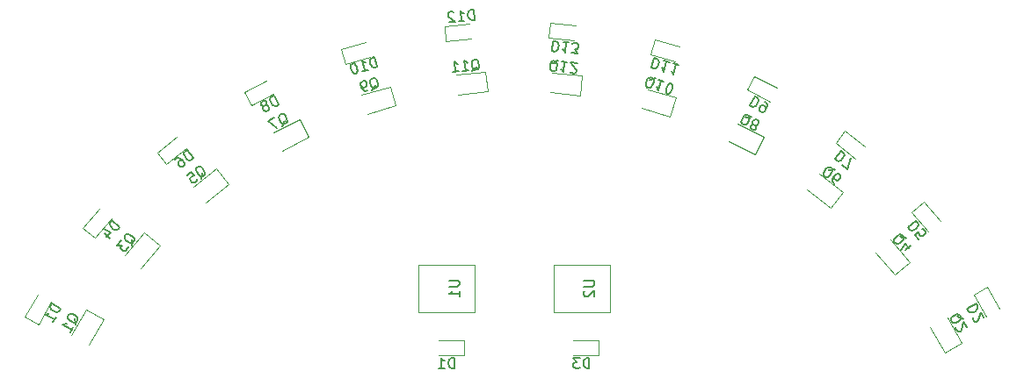
<source format=gbr>
%TF.GenerationSoftware,KiCad,Pcbnew,(6.0.4)*%
%TF.CreationDate,2022-08-25T18:27:48+09:00*%
%TF.ProjectId,total,746f7461-6c2e-46b6-9963-61645f706362,rev?*%
%TF.SameCoordinates,Original*%
%TF.FileFunction,Legend,Bot*%
%TF.FilePolarity,Positive*%
%FSLAX46Y46*%
G04 Gerber Fmt 4.6, Leading zero omitted, Abs format (unit mm)*
G04 Created by KiCad (PCBNEW (6.0.4)) date 2022-08-25 18:27:48*
%MOMM*%
%LPD*%
G01*
G04 APERTURE LIST*
%ADD10C,0.150000*%
%ADD11C,0.120000*%
G04 APERTURE END LIST*
D10*
%TO.C,D3*%
X155203570Y-85778410D02*
X155203570Y-84778410D01*
X154965475Y-84778410D01*
X154822617Y-84826030D01*
X154727379Y-84921268D01*
X154679760Y-85016506D01*
X154632141Y-85206982D01*
X154632141Y-85349839D01*
X154679760Y-85540315D01*
X154727379Y-85635553D01*
X154822617Y-85730791D01*
X154965475Y-85778410D01*
X155203570Y-85778410D01*
X154298808Y-84778410D02*
X153679760Y-84778410D01*
X154013094Y-85159363D01*
X153870236Y-85159363D01*
X153774998Y-85206982D01*
X153727379Y-85254601D01*
X153679760Y-85349839D01*
X153679760Y-85587934D01*
X153727379Y-85683172D01*
X153774998Y-85730791D01*
X153870236Y-85778410D01*
X154155951Y-85778410D01*
X154251189Y-85730791D01*
X154298808Y-85683172D01*
%TO.C,U2*%
X154687855Y-77314125D02*
X155497379Y-77314125D01*
X155592617Y-77361744D01*
X155640236Y-77409363D01*
X155687855Y-77504601D01*
X155687855Y-77695077D01*
X155640236Y-77790315D01*
X155592617Y-77837934D01*
X155497379Y-77885553D01*
X154687855Y-77885553D01*
X154783094Y-78314125D02*
X154735475Y-78361744D01*
X154687855Y-78456982D01*
X154687855Y-78695077D01*
X154735475Y-78790315D01*
X154783094Y-78837934D01*
X154878332Y-78885553D01*
X154973570Y-78885553D01*
X155116427Y-78837934D01*
X155687855Y-78266506D01*
X155687855Y-78885553D01*
%TO.C,U1*%
X141687855Y-77314125D02*
X142497379Y-77314125D01*
X142592617Y-77361744D01*
X142640236Y-77409363D01*
X142687855Y-77504601D01*
X142687855Y-77695077D01*
X142640236Y-77790315D01*
X142592617Y-77837934D01*
X142497379Y-77885553D01*
X141687855Y-77885553D01*
X142687855Y-78885553D02*
X142687855Y-78314125D01*
X142687855Y-78599839D02*
X141687855Y-78599839D01*
X141830713Y-78504601D01*
X141925951Y-78409363D01*
X141973570Y-78314125D01*
%TO.C,D1*%
X142203570Y-85778410D02*
X142203570Y-84778410D01*
X141965475Y-84778410D01*
X141822617Y-84826030D01*
X141727379Y-84921268D01*
X141679760Y-85016506D01*
X141632141Y-85206982D01*
X141632141Y-85349839D01*
X141679760Y-85540315D01*
X141727379Y-85635553D01*
X141822617Y-85730791D01*
X141965475Y-85778410D01*
X142203570Y-85778410D01*
X140679760Y-85778410D02*
X141251189Y-85778410D01*
X140965475Y-85778410D02*
X140965475Y-84778410D01*
X141060713Y-84921268D01*
X141155951Y-85016506D01*
X141251189Y-85064125D01*
%TO.C,D7*%
X179493778Y-64791627D02*
X178871263Y-65574236D01*
X179057599Y-65722453D01*
X179199043Y-65774117D01*
X179332864Y-65758870D01*
X179429419Y-65713979D01*
X179585260Y-65594555D01*
X179674191Y-65482754D01*
X179755498Y-65304042D01*
X179777518Y-65199864D01*
X179762271Y-65066043D01*
X179680113Y-64939845D01*
X179493778Y-64791627D01*
X179579337Y-66137463D02*
X180101076Y-66552473D01*
X180388187Y-65503073D01*
%TO.C,D10*%
X134788906Y-56695998D02*
X134504890Y-55737178D01*
X134276600Y-55804800D01*
X134153150Y-55891032D01*
X134088883Y-56009397D01*
X134070274Y-56114238D01*
X134078714Y-56310395D01*
X134119288Y-56447369D01*
X134219044Y-56616477D01*
X134291751Y-56694269D01*
X134410117Y-56758536D01*
X134560615Y-56763620D01*
X134788906Y-56695998D01*
X133327847Y-57128783D02*
X133875744Y-56966488D01*
X133601796Y-57047636D02*
X133317780Y-56088816D01*
X133449670Y-56198741D01*
X133568035Y-56263008D01*
X133672876Y-56281617D01*
X132450277Y-56345782D02*
X132358961Y-56372831D01*
X132281169Y-56445538D01*
X132249035Y-56504721D01*
X132230426Y-56609562D01*
X132238866Y-56805719D01*
X132306489Y-57034009D01*
X132406245Y-57203117D01*
X132478953Y-57280908D01*
X132538135Y-57313042D01*
X132642976Y-57331651D01*
X132734292Y-57304602D01*
X132812084Y-57231895D01*
X132844217Y-57172712D01*
X132862826Y-57067871D01*
X132854386Y-56871714D01*
X132786763Y-56643424D01*
X132687007Y-56474316D01*
X132614300Y-56396525D01*
X132555117Y-56364391D01*
X132450277Y-56345782D01*
%TO.C,D13*%
X151727604Y-54172744D02*
X151631758Y-55168140D01*
X151868757Y-55190961D01*
X152015521Y-55157253D01*
X152119449Y-55071582D01*
X152175977Y-54981346D01*
X152241633Y-54796311D01*
X152255325Y-54654111D01*
X152226182Y-54459948D01*
X152187910Y-54360584D01*
X152102238Y-54256657D01*
X151964603Y-54195565D01*
X151727604Y-54172744D01*
X153244398Y-54318795D02*
X152675600Y-54264026D01*
X152959999Y-54291410D02*
X152864153Y-55286806D01*
X152783046Y-55135479D01*
X152697375Y-55031551D01*
X152607139Y-54975023D01*
X153480351Y-55346140D02*
X154096549Y-55405473D01*
X153801263Y-54994325D01*
X153943462Y-55008018D01*
X154042826Y-54969746D01*
X154094790Y-54926910D01*
X154151318Y-54836675D01*
X154174138Y-54599676D01*
X154135867Y-54500312D01*
X154093031Y-54448348D01*
X154002795Y-54391820D01*
X153718396Y-54364436D01*
X153619033Y-54402707D01*
X153567069Y-54445543D01*
%TO.C,D6*%
X117069449Y-65499701D02*
X116446934Y-64717093D01*
X116260599Y-64865311D01*
X116178441Y-64991509D01*
X116163194Y-65125330D01*
X116185214Y-65229508D01*
X116266521Y-65408219D01*
X116355452Y-65520021D01*
X116511293Y-65639445D01*
X116607847Y-65684336D01*
X116741669Y-65699583D01*
X116883113Y-65647919D01*
X117069449Y-65499701D01*
X115328922Y-65606400D02*
X115477991Y-65487826D01*
X115582168Y-65465806D01*
X115649079Y-65473429D01*
X115812544Y-65525943D01*
X115968385Y-65645368D01*
X116205533Y-65943504D01*
X116227553Y-66047682D01*
X116219930Y-66114593D01*
X116175039Y-66211147D01*
X116025971Y-66329721D01*
X115921793Y-66351741D01*
X115854883Y-66344118D01*
X115758329Y-66299227D01*
X115610111Y-66112892D01*
X115588091Y-66008714D01*
X115595714Y-65941803D01*
X115640605Y-65845249D01*
X115789673Y-65726675D01*
X115893851Y-65704655D01*
X115960761Y-65712278D01*
X116057316Y-65757169D01*
%TO.C,Q9*%
X134285383Y-58942387D02*
X134363175Y-58869680D01*
X134427442Y-58751315D01*
X134523842Y-58573767D01*
X134601634Y-58501060D01*
X134692950Y-58474011D01*
X134714915Y-58715826D02*
X134792706Y-58643119D01*
X134856973Y-58524753D01*
X134848533Y-58328597D01*
X134753861Y-58008990D01*
X134654105Y-57839882D01*
X134535740Y-57775615D01*
X134430899Y-57757006D01*
X134248267Y-57811104D01*
X134170475Y-57883811D01*
X134106208Y-58002177D01*
X134114648Y-58198334D01*
X134209320Y-58517940D01*
X134309076Y-58687048D01*
X134427442Y-58751315D01*
X134532282Y-58769924D01*
X134714915Y-58715826D01*
X133847411Y-58972792D02*
X133664779Y-59026890D01*
X133559938Y-59008281D01*
X133500755Y-58976148D01*
X133368866Y-58866223D01*
X133269109Y-58697115D01*
X133160913Y-58331850D01*
X133179522Y-58227009D01*
X133211656Y-58167827D01*
X133289447Y-58095120D01*
X133472080Y-58041021D01*
X133576920Y-58059630D01*
X133636103Y-58091764D01*
X133708810Y-58169556D01*
X133776433Y-58397846D01*
X133757824Y-58502687D01*
X133725690Y-58561869D01*
X133647899Y-58634576D01*
X133465266Y-58688675D01*
X133360426Y-58670066D01*
X133301243Y-58637932D01*
X133228536Y-58560140D01*
%TO.C,Q8*%
X170860270Y-61452721D02*
X170753804Y-61450984D01*
X170625351Y-61491485D01*
X170432671Y-61552237D01*
X170326206Y-61550499D01*
X170241729Y-61506523D01*
X170393907Y-61317318D02*
X170287442Y-61315581D01*
X170158989Y-61356082D01*
X170028798Y-61503048D01*
X169874882Y-61798719D01*
X169829168Y-61989661D01*
X169869670Y-62118115D01*
X169932159Y-62204329D01*
X170101113Y-62292281D01*
X170207579Y-62294019D01*
X170336032Y-62253518D01*
X170466223Y-62106551D01*
X170620139Y-61810881D01*
X170665852Y-61619938D01*
X170625351Y-61491485D01*
X170562862Y-61405270D01*
X170393907Y-61317318D01*
X171017062Y-62285930D02*
X170910597Y-62284193D01*
X170846370Y-62304443D01*
X170760155Y-62366933D01*
X170738167Y-62409171D01*
X170736430Y-62515636D01*
X170756680Y-62579863D01*
X170819170Y-62666078D01*
X170988124Y-62754030D01*
X171094589Y-62755767D01*
X171158816Y-62735517D01*
X171245031Y-62673028D01*
X171267019Y-62630789D01*
X171268756Y-62524324D01*
X171248506Y-62460097D01*
X171186016Y-62373882D01*
X171017062Y-62285930D01*
X170954573Y-62199716D01*
X170934322Y-62135489D01*
X170936060Y-62029024D01*
X171024012Y-61860069D01*
X171110226Y-61797580D01*
X171174453Y-61777330D01*
X171280918Y-61779067D01*
X171449873Y-61867019D01*
X171512362Y-61953234D01*
X171532612Y-62017460D01*
X171530875Y-62123926D01*
X171442923Y-62292880D01*
X171356708Y-62355369D01*
X171292482Y-62375620D01*
X171186016Y-62373882D01*
%TO.C,D11*%
X161468060Y-55828494D02*
X161184044Y-56787314D01*
X161412335Y-56854936D01*
X161562833Y-56849852D01*
X161681199Y-56785585D01*
X161753906Y-56707793D01*
X161853662Y-56538685D01*
X161894236Y-56401711D01*
X161902676Y-56205554D01*
X161884067Y-56100714D01*
X161819800Y-55982348D01*
X161696350Y-55896117D01*
X161468060Y-55828494D01*
X162929118Y-56261279D02*
X162381221Y-56098985D01*
X162655170Y-56180132D02*
X162371154Y-57138952D01*
X162320412Y-56974928D01*
X162256145Y-56856563D01*
X162178353Y-56783856D01*
X163842280Y-56531770D02*
X163294383Y-56369476D01*
X163568331Y-56450623D02*
X163284316Y-57409443D01*
X163233573Y-57245419D01*
X163169306Y-57127054D01*
X163091515Y-57054347D01*
%TO.C,D12*%
X144132166Y-52139322D02*
X144036320Y-51143925D01*
X143799321Y-51166746D01*
X143661685Y-51227838D01*
X143576014Y-51331766D01*
X143537742Y-51431129D01*
X143508599Y-51625293D01*
X143522291Y-51767492D01*
X143587947Y-51952527D01*
X143644475Y-52042763D01*
X143748403Y-52128435D01*
X143895167Y-52162142D01*
X144132166Y-52139322D01*
X142615371Y-52285372D02*
X143184169Y-52230603D01*
X142899770Y-52257988D02*
X142803925Y-51262592D01*
X142912417Y-51395663D01*
X143016344Y-51481334D01*
X143115708Y-51519606D01*
X142149455Y-51421288D02*
X142097491Y-51378453D01*
X141998128Y-51340181D01*
X141761129Y-51363001D01*
X141670893Y-51419529D01*
X141628057Y-51471493D01*
X141589786Y-51570857D01*
X141598914Y-51665657D01*
X141660006Y-51803292D01*
X142283573Y-52317321D01*
X141667375Y-52376654D01*
%TO.C,D8*%
X125283884Y-60334888D02*
X124822136Y-59447877D01*
X124610943Y-59557817D01*
X124506215Y-59666020D01*
X124465714Y-59794473D01*
X124467451Y-59900938D01*
X124513165Y-60091881D01*
X124579129Y-60218597D01*
X124709319Y-60365563D01*
X124795534Y-60428052D01*
X124923987Y-60468553D01*
X125072691Y-60444828D01*
X125283884Y-60334888D01*
X124006301Y-60355737D02*
X124068790Y-60269523D01*
X124089041Y-60205296D01*
X124087304Y-60098831D01*
X124065316Y-60056592D01*
X123979101Y-59994103D01*
X123914874Y-59973852D01*
X123808409Y-59975590D01*
X123639455Y-60063542D01*
X123576965Y-60149757D01*
X123556715Y-60213983D01*
X123558452Y-60320448D01*
X123580440Y-60362687D01*
X123666655Y-60425176D01*
X123730882Y-60445427D01*
X123837347Y-60443689D01*
X124006301Y-60355737D01*
X124112766Y-60354000D01*
X124176993Y-60374250D01*
X124263208Y-60436740D01*
X124351160Y-60605694D01*
X124352897Y-60712159D01*
X124332647Y-60776386D01*
X124270158Y-60862601D01*
X124101203Y-60950553D01*
X123994738Y-60952290D01*
X123930511Y-60932040D01*
X123844297Y-60869550D01*
X123756344Y-60700596D01*
X123754607Y-60594131D01*
X123774858Y-60529904D01*
X123837347Y-60443689D01*
%TO.C,D4*%
X109990728Y-72137266D02*
X109230322Y-71487818D01*
X109075692Y-71668867D01*
X109019123Y-71808423D01*
X109029691Y-71942695D01*
X109071184Y-72040757D01*
X109185097Y-72200671D01*
X109293727Y-72293449D01*
X109469492Y-72380944D01*
X109572838Y-72406586D01*
X109707110Y-72396019D01*
X109836098Y-72318315D01*
X109990728Y-72137266D01*
X108556008Y-72790595D02*
X109062945Y-73223561D01*
X108420960Y-72362137D02*
X109118738Y-72644980D01*
X108716698Y-73115707D01*
%TO.C,Q12*%
X152191834Y-56053739D02*
X152092470Y-56092010D01*
X151988542Y-56177682D01*
X151832650Y-56306189D01*
X151733287Y-56344461D01*
X151638487Y-56335332D01*
X151708707Y-56102897D02*
X151609344Y-56141169D01*
X151505416Y-56226841D01*
X151439760Y-56411876D01*
X151407811Y-56743674D01*
X151436954Y-56937838D01*
X151522626Y-57041766D01*
X151612862Y-57098294D01*
X151802461Y-57116550D01*
X151901825Y-57078278D01*
X152005752Y-56992607D01*
X152071408Y-56807572D01*
X152103357Y-56475773D01*
X152074214Y-56281610D01*
X151988542Y-56177682D01*
X151898307Y-56121154D01*
X151708707Y-56102897D01*
X153083302Y-56235256D02*
X152514504Y-56180487D01*
X152798903Y-56207871D02*
X152703057Y-57203268D01*
X152621950Y-57051940D01*
X152536279Y-56948012D01*
X152446043Y-56891484D01*
X153375783Y-57172365D02*
X153418619Y-57224329D01*
X153508854Y-57280857D01*
X153745853Y-57303677D01*
X153845217Y-57265406D01*
X153897181Y-57222570D01*
X153953709Y-57132334D01*
X153962837Y-57037535D01*
X153929130Y-56890771D01*
X153415101Y-56267204D01*
X154031298Y-56326537D01*
%TO.C,Q2*%
X191205812Y-81020959D02*
X191117469Y-80961517D01*
X190987681Y-80925523D01*
X190792998Y-80871533D01*
X190704655Y-80812091D01*
X190657758Y-80729200D01*
X190888434Y-80653401D02*
X190800091Y-80593959D01*
X190670302Y-80557966D01*
X190481072Y-80610315D01*
X190190953Y-80774456D01*
X190048620Y-80909697D01*
X190012626Y-81039485D01*
X190018078Y-81145825D01*
X190111873Y-81311607D01*
X190200216Y-81371049D01*
X190330005Y-81407043D01*
X190519235Y-81354693D01*
X190809354Y-81190552D01*
X190951687Y-81055312D01*
X190987681Y-80925523D01*
X190982229Y-80819183D01*
X190888434Y-80653401D01*
X190499598Y-81803501D02*
X190481601Y-81868395D01*
X190487053Y-81974735D01*
X190604297Y-82181963D01*
X190692640Y-82241405D01*
X190757534Y-82259402D01*
X190863874Y-82253950D01*
X190946765Y-82207052D01*
X191047653Y-82095261D01*
X191263614Y-81316529D01*
X191568447Y-81855321D01*
%TO.C,D2*%
X192475667Y-79565007D02*
X191605312Y-80057431D01*
X191722555Y-80264658D01*
X191834347Y-80365546D01*
X191964136Y-80401539D01*
X192070475Y-80396088D01*
X192259706Y-80343738D01*
X192384043Y-80273392D01*
X192526376Y-80138151D01*
X192585818Y-80049808D01*
X192621812Y-79920020D01*
X192592911Y-79772235D01*
X192475667Y-79565007D01*
X192157177Y-80839443D02*
X192139181Y-80904338D01*
X192144633Y-81010677D01*
X192261876Y-81217905D01*
X192350219Y-81277347D01*
X192415114Y-81295344D01*
X192521453Y-81289892D01*
X192604344Y-81242994D01*
X192705232Y-81131203D01*
X192921193Y-80352472D01*
X193226027Y-80891263D01*
%TO.C,Q5*%
X117818285Y-67483991D02*
X117863176Y-67387436D01*
X117878423Y-67253615D01*
X117901294Y-67052883D01*
X117946184Y-66956329D01*
X118020718Y-66897042D01*
X118131669Y-67113021D02*
X118176559Y-67016467D01*
X118191806Y-66882645D01*
X118110499Y-66703934D01*
X117902994Y-66443064D01*
X117747153Y-66323640D01*
X117613332Y-66308393D01*
X117509154Y-66330413D01*
X117360086Y-66448987D01*
X117315196Y-66545541D01*
X117299949Y-66679362D01*
X117381256Y-66858074D01*
X117588761Y-67118943D01*
X117744602Y-67238368D01*
X117878423Y-67253615D01*
X117982601Y-67231595D01*
X118131669Y-67113021D01*
X116465677Y-67160432D02*
X116838347Y-66863997D01*
X117172050Y-67207024D01*
X117105139Y-67199400D01*
X117000962Y-67221420D01*
X116814626Y-67369638D01*
X116769736Y-67466192D01*
X116762112Y-67533103D01*
X116784132Y-67637280D01*
X116932350Y-67823616D01*
X117028904Y-67868506D01*
X117095815Y-67876130D01*
X117199993Y-67854110D01*
X117386328Y-67705892D01*
X117431218Y-67609338D01*
X117438842Y-67542427D01*
%TO.C,Q10*%
X161566260Y-57766594D02*
X161461419Y-57785203D01*
X161343054Y-57849470D01*
X161165506Y-57945871D01*
X161060665Y-57964480D01*
X160969349Y-57937431D01*
X161082630Y-57722665D02*
X160977789Y-57741274D01*
X160859424Y-57805541D01*
X160759668Y-57974649D01*
X160664996Y-58294255D01*
X160656556Y-58490412D01*
X160720823Y-58608777D01*
X160798614Y-58681485D01*
X160981247Y-58735583D01*
X161086088Y-58716974D01*
X161204453Y-58652707D01*
X161304209Y-58483599D01*
X161398881Y-58163992D01*
X161407321Y-57967835D01*
X161343054Y-57849470D01*
X161265262Y-57776763D01*
X161082630Y-57722665D01*
X162406714Y-58114876D02*
X161858817Y-57952582D01*
X162132766Y-58033729D02*
X161848750Y-58992549D01*
X161798008Y-58828526D01*
X161733741Y-58710160D01*
X161655949Y-58637453D01*
X162716254Y-59249515D02*
X162807570Y-59276564D01*
X162912411Y-59257955D01*
X162971593Y-59225822D01*
X163044301Y-59148030D01*
X163144057Y-58978922D01*
X163211680Y-58750632D01*
X163220120Y-58554475D01*
X163201511Y-58449634D01*
X163169377Y-58390452D01*
X163091585Y-58317745D01*
X163000269Y-58290696D01*
X162895429Y-58309305D01*
X162836246Y-58341438D01*
X162763539Y-58419230D01*
X162663783Y-58588337D01*
X162596160Y-58816628D01*
X162587720Y-59012785D01*
X162606329Y-59117625D01*
X162638462Y-59176808D01*
X162716254Y-59249515D01*
%TO.C,D1*%
X104311796Y-80010533D02*
X103441441Y-79518110D01*
X103324197Y-79725337D01*
X103295296Y-79873122D01*
X103331290Y-80002911D01*
X103390732Y-80091254D01*
X103533065Y-80226494D01*
X103657402Y-80296841D01*
X103846633Y-80349190D01*
X103952972Y-80354642D01*
X104082761Y-80318648D01*
X104194553Y-80217761D01*
X104311796Y-80010533D01*
X103561437Y-81336789D02*
X103842822Y-80839443D01*
X103702129Y-81088116D02*
X102831773Y-80595693D01*
X103003007Y-80583148D01*
X103132796Y-80547154D01*
X103221139Y-80487712D01*
%TO.C,Q6*%
X178863515Y-66626848D02*
X178759338Y-66604828D01*
X178625516Y-66620075D01*
X178424785Y-66642946D01*
X178320607Y-66620926D01*
X178246073Y-66561639D01*
X178431558Y-66404947D02*
X178327380Y-66382927D01*
X178193559Y-66398174D01*
X178037717Y-66517598D01*
X177830213Y-66778468D01*
X177748905Y-66957180D01*
X177764152Y-67091001D01*
X177809043Y-67187555D01*
X177958111Y-67306129D01*
X178062289Y-67328149D01*
X178196110Y-67312902D01*
X178351951Y-67193478D01*
X178559456Y-66932608D01*
X178640763Y-66753896D01*
X178625516Y-66620075D01*
X178580626Y-66523521D01*
X178431558Y-66404947D01*
X178815253Y-67987931D02*
X178666185Y-67869357D01*
X178621295Y-67772803D01*
X178613671Y-67705892D01*
X178628068Y-67534804D01*
X178709375Y-67356092D01*
X178946523Y-67057955D01*
X179043077Y-67013065D01*
X179109988Y-67005441D01*
X179214166Y-67027461D01*
X179363234Y-67146036D01*
X179408125Y-67242590D01*
X179415748Y-67309500D01*
X179393728Y-67413678D01*
X179245510Y-67600013D01*
X179148956Y-67644904D01*
X179082045Y-67652527D01*
X178977868Y-67630507D01*
X178828800Y-67511933D01*
X178783909Y-67415379D01*
X178776285Y-67348468D01*
X178798306Y-67244291D01*
%TO.C,D5*%
X186697257Y-71549671D02*
X185936851Y-72199119D01*
X186091482Y-72380168D01*
X186220470Y-72457871D01*
X186354742Y-72468438D01*
X186458087Y-72442796D01*
X186633853Y-72355301D01*
X186742482Y-72262523D01*
X186856395Y-72102609D01*
X186897889Y-72004547D01*
X186908456Y-71870275D01*
X186851888Y-71730720D01*
X186697257Y-71549671D01*
X186895560Y-73321623D02*
X186586299Y-72959525D01*
X186917471Y-72614054D01*
X186912188Y-72681190D01*
X186937830Y-72784535D01*
X187092460Y-72965584D01*
X187190522Y-73007078D01*
X187257658Y-73012362D01*
X187361004Y-72986719D01*
X187542053Y-72832089D01*
X187583547Y-72734027D01*
X187588830Y-72666891D01*
X187563188Y-72563545D01*
X187408557Y-72382496D01*
X187310495Y-72341003D01*
X187243359Y-72335719D01*
%TO.C,Q4*%
X185729230Y-73226351D02*
X185631168Y-73184857D01*
X185496896Y-73174290D01*
X185295489Y-73158439D01*
X185197427Y-73116945D01*
X185135574Y-73044526D01*
X185347550Y-72926105D02*
X185249488Y-72884611D01*
X185115216Y-72874044D01*
X184939450Y-72961539D01*
X184685982Y-73178021D01*
X184572069Y-73337935D01*
X184561501Y-73472207D01*
X184587144Y-73575553D01*
X184710848Y-73720392D01*
X184808910Y-73761886D01*
X184943182Y-73772453D01*
X185118947Y-73684959D01*
X185372416Y-73468476D01*
X185486329Y-73308562D01*
X185496896Y-73174290D01*
X185471254Y-73070944D01*
X185347550Y-72926105D01*
X185675617Y-74336735D02*
X186182554Y-73903770D01*
X185231308Y-74403095D02*
X185619825Y-73758154D01*
X186021864Y-74228882D01*
%TO.C,Q11*%
X143905346Y-57094164D02*
X143995582Y-57037636D01*
X144081253Y-56933709D01*
X144209761Y-56777817D01*
X144299996Y-56721289D01*
X144394796Y-56712161D01*
X144370216Y-56953724D02*
X144460452Y-56897196D01*
X144546123Y-56793268D01*
X144575267Y-56599105D01*
X144543318Y-56267306D01*
X144477662Y-56082271D01*
X144373734Y-55996599D01*
X144274371Y-55958328D01*
X144084771Y-55976584D01*
X143994536Y-56033112D01*
X143908864Y-56137040D01*
X143879721Y-56331203D01*
X143911669Y-56663002D01*
X143977326Y-56848037D01*
X144081253Y-56933709D01*
X144180617Y-56971980D01*
X144370216Y-56953724D01*
X142995622Y-57086082D02*
X143564419Y-57031313D01*
X143280020Y-57058698D02*
X143184175Y-56063302D01*
X143292667Y-56196373D01*
X143396594Y-56282044D01*
X143495958Y-56320316D01*
X142047625Y-57177364D02*
X142616423Y-57122595D01*
X142332024Y-57149980D02*
X142236178Y-56154583D01*
X142344670Y-56287655D01*
X142448598Y-56373326D01*
X142547962Y-56411598D01*
%TO.C,Q1*%
X105747433Y-81560280D02*
X105752885Y-81453940D01*
X105716892Y-81324152D01*
X105662901Y-81129469D01*
X105668353Y-81023129D01*
X105715251Y-80940238D01*
X105899030Y-81098927D02*
X105904482Y-80992588D01*
X105868488Y-80862799D01*
X105726155Y-80727559D01*
X105436036Y-80563418D01*
X105246806Y-80511068D01*
X105117017Y-80547062D01*
X105028674Y-80606504D01*
X104934879Y-80772286D01*
X104929427Y-80878626D01*
X104965421Y-81008414D01*
X105107754Y-81143655D01*
X105397872Y-81307796D01*
X105587103Y-81360145D01*
X105716892Y-81324152D01*
X105805235Y-81264709D01*
X105899030Y-81098927D01*
X105219016Y-82300847D02*
X105500401Y-81803501D01*
X105359709Y-82052174D02*
X104489353Y-81559751D01*
X104660587Y-81547206D01*
X104790376Y-81511212D01*
X104878718Y-81451770D01*
%TO.C,Q3*%
X111103594Y-73937651D02*
X111129237Y-73834305D01*
X111118669Y-73700033D01*
X111102818Y-73498626D01*
X111128461Y-73395280D01*
X111190313Y-73322860D01*
X111340436Y-73513701D02*
X111366078Y-73410355D01*
X111355511Y-73276083D01*
X111241598Y-73116169D01*
X110988129Y-72899686D01*
X110812364Y-72812192D01*
X110678092Y-72822759D01*
X110580030Y-72864253D01*
X110456325Y-73009092D01*
X110430683Y-73112438D01*
X110441251Y-73246709D01*
X110555164Y-73406624D01*
X110808632Y-73623106D01*
X110984398Y-73710601D01*
X111118669Y-73700033D01*
X111216731Y-73658540D01*
X111340436Y-73513701D01*
X110085212Y-73443610D02*
X109683173Y-73914337D01*
X110189334Y-73908277D01*
X110096556Y-74016907D01*
X110070914Y-74120252D01*
X110076197Y-74187388D01*
X110117691Y-74285450D01*
X110298740Y-74440081D01*
X110402085Y-74465723D01*
X110469221Y-74460439D01*
X110567283Y-74418946D01*
X110752840Y-74201687D01*
X110778482Y-74098341D01*
X110773199Y-74031205D01*
%TO.C,D9*%
X171133886Y-59532353D02*
X170672138Y-60419364D01*
X170883331Y-60529304D01*
X171032035Y-60553030D01*
X171160488Y-60512529D01*
X171246703Y-60450039D01*
X171376893Y-60303073D01*
X171442857Y-60176357D01*
X171488571Y-59985415D01*
X171490308Y-59878949D01*
X171449807Y-59750496D01*
X171345079Y-59642293D01*
X171133886Y-59532353D01*
X172063136Y-60016090D02*
X172232090Y-60104042D01*
X172294579Y-60190257D01*
X172314830Y-60254483D01*
X172333343Y-60425175D01*
X172287630Y-60616118D01*
X172111725Y-60954027D01*
X172025511Y-61016516D01*
X171961284Y-61036766D01*
X171854819Y-61035029D01*
X171685864Y-60947077D01*
X171623375Y-60860862D01*
X171603125Y-60796635D01*
X171604862Y-60690170D01*
X171714802Y-60478977D01*
X171801017Y-60416488D01*
X171865243Y-60396237D01*
X171971709Y-60397975D01*
X172140663Y-60485927D01*
X172203152Y-60572142D01*
X172223403Y-60636368D01*
X172221666Y-60742834D01*
%TO.C,Q7*%
X125645454Y-62424209D02*
X125707943Y-62337995D01*
X125748444Y-62209542D01*
X125809196Y-62016862D01*
X125871685Y-61930647D01*
X125956163Y-61886671D01*
X126023864Y-62119852D02*
X126086353Y-62033637D01*
X126126854Y-61905184D01*
X126081141Y-61714242D01*
X125927225Y-61418571D01*
X125797034Y-61271605D01*
X125668581Y-61231104D01*
X125562115Y-61232841D01*
X125393161Y-61320793D01*
X125330672Y-61407008D01*
X125290171Y-61535461D01*
X125335884Y-61726404D01*
X125489800Y-62022074D01*
X125619991Y-62169040D01*
X125748444Y-62209542D01*
X125854910Y-62207804D01*
X126023864Y-62119852D01*
X124886298Y-61584650D02*
X124294957Y-61892482D01*
X125136853Y-62581601D01*
D11*
%TO.C,D3*%
X153665475Y-83091030D02*
X156125475Y-83091030D01*
X156125475Y-84561030D02*
X153665475Y-84561030D01*
X156125475Y-83091030D02*
X156125475Y-84561030D01*
%TO.C,U2*%
X151765475Y-75776030D02*
X157165475Y-75776030D01*
X157165475Y-75776030D02*
X157165475Y-80376030D01*
X157165475Y-80376030D02*
X151765475Y-80376030D01*
X151765475Y-80376030D02*
X151765475Y-75776030D01*
%TO.C,U1*%
X138765475Y-75776030D02*
X144165475Y-75776030D01*
X144165475Y-75776030D02*
X144165475Y-80376030D01*
X144165475Y-80376030D02*
X138765475Y-80376030D01*
X138765475Y-80376030D02*
X138765475Y-75776030D01*
%TO.C,D1*%
X140665475Y-83091030D02*
X143125475Y-83091030D01*
X143125475Y-84561030D02*
X140665475Y-84561030D01*
X143125475Y-83091030D02*
X143125475Y-84561030D01*
%TO.C,D7*%
X179838419Y-62877419D02*
X181763635Y-64408805D01*
X178923322Y-64027853D02*
X179838419Y-62877419D01*
X180848538Y-65559239D02*
X178923322Y-64027853D01*
%TO.C,D10*%
X134065807Y-55713530D02*
X131707111Y-56412208D01*
X131707111Y-56412208D02*
X131289608Y-55002743D01*
X131289608Y-55002743D02*
X133648305Y-54304065D01*
%TO.C,D13*%
X151307196Y-53888522D02*
X151448089Y-52425290D01*
X151448089Y-52425290D02*
X153896764Y-52661070D01*
X153755870Y-54124303D02*
X151307196Y-53888522D01*
%TO.C,D6*%
X113563322Y-64944167D02*
X115488538Y-63412781D01*
X116403635Y-64563215D02*
X114478419Y-66094601D01*
X114478419Y-66094601D02*
X113563322Y-64944167D01*
%TO.C,Q9*%
X136566059Y-60428208D02*
X133823835Y-61240492D01*
X133278526Y-59399558D02*
X136020750Y-58587275D01*
X136020750Y-58587275D02*
X136566059Y-60428208D01*
%TO.C,Q8*%
X172023119Y-63453332D02*
X171136561Y-65156393D01*
X169486268Y-62132731D02*
X172023119Y-63453332D01*
X171136561Y-65156393D02*
X168599710Y-63835792D01*
%TO.C,D11*%
X161527111Y-54059812D02*
X163885807Y-54758490D01*
X161109608Y-55469277D02*
X161527111Y-54059812D01*
X163468305Y-56167955D02*
X161109608Y-55469277D01*
%TO.C,D12*%
X141247196Y-52743498D02*
X143695870Y-52507717D01*
X143836764Y-53970950D02*
X141388089Y-54206730D01*
X141388089Y-54206730D02*
X141247196Y-52743498D01*
%TO.C,D8*%
X121948177Y-59120560D02*
X124130223Y-57984658D01*
X122626947Y-60424466D02*
X121948177Y-59120560D01*
X124808994Y-59288564D02*
X122626947Y-60424466D01*
%TO.C,D4*%
X109158457Y-71345030D02*
X107560815Y-73215628D01*
X106443018Y-72260940D02*
X108040660Y-70390341D01*
X107560815Y-73215628D02*
X106443018Y-72260940D01*
%TO.C,Q12*%
X154493449Y-57518703D02*
X154309425Y-59429863D01*
X154309425Y-59429863D02*
X151462592Y-59155745D01*
X151646616Y-57244584D02*
X154493449Y-57518703D01*
%TO.C,Q2*%
X189420366Y-84277598D02*
X188012035Y-81788381D01*
X191091449Y-83332145D02*
X189420366Y-84277598D01*
X189683118Y-80842928D02*
X191091449Y-83332145D01*
%TO.C,D2*%
X193444227Y-80784226D02*
X192232865Y-78643151D01*
X192232865Y-78643151D02*
X193512288Y-77919288D01*
X193512288Y-77919288D02*
X194723650Y-80060363D01*
%TO.C,Q5*%
X117049778Y-68277221D02*
X119288037Y-66496829D01*
X119288037Y-66496829D02*
X120483265Y-67999437D01*
X120483265Y-67999437D02*
X118245006Y-69779828D01*
%TO.C,Q10*%
X160803835Y-58831528D02*
X163546059Y-59643812D01*
X163546059Y-59643812D02*
X163000750Y-61484745D01*
X163000750Y-61484745D02*
X160258526Y-60672462D01*
%TO.C,D1*%
X100852865Y-80808869D02*
X102064227Y-78667794D01*
X103343650Y-79391657D02*
X102132288Y-81532732D01*
X102132288Y-81532732D02*
X100852865Y-80808869D01*
%TO.C,Q6*%
X179623265Y-68812583D02*
X178428037Y-70315191D01*
X177385006Y-67032192D02*
X179623265Y-68812583D01*
X178428037Y-70315191D02*
X176189778Y-68534799D01*
%TO.C,D5*%
X187400815Y-69736392D02*
X188998457Y-71606990D01*
X187880660Y-72561679D02*
X186283018Y-70691080D01*
X186283018Y-70691080D02*
X187400815Y-69736392D01*
%TO.C,Q4*%
X184200542Y-73342134D02*
X186057963Y-75516895D01*
X186057963Y-75516895D02*
X184597984Y-76763835D01*
X184597984Y-76763835D02*
X182740562Y-74589074D01*
%TO.C,Q11*%
X142359592Y-57436275D02*
X145206425Y-57162157D01*
X145390449Y-59073317D02*
X142543616Y-59347436D01*
X145206425Y-57162157D02*
X145390449Y-59073317D01*
%TO.C,Q1*%
X105332035Y-82583639D02*
X106740366Y-80094422D01*
X106740366Y-80094422D02*
X108411449Y-81039875D01*
X108411449Y-81039875D02*
X107003118Y-83529092D01*
%TO.C,Q3*%
X112357984Y-72688185D02*
X113817963Y-73935125D01*
X110500562Y-74862946D02*
X112357984Y-72688185D01*
X113817963Y-73935125D02*
X111960542Y-76109886D01*
%TO.C,D9*%
X171106947Y-57587554D02*
X173288994Y-58723456D01*
X172610223Y-60027362D02*
X170428177Y-58891460D01*
X170428177Y-58891460D02*
X171106947Y-57587554D01*
%TO.C,Q7*%
X127276561Y-61735627D02*
X128163119Y-63438688D01*
X124739710Y-63056228D02*
X127276561Y-61735627D01*
X128163119Y-63438688D02*
X125626268Y-64759289D01*
%TD*%
M02*

</source>
